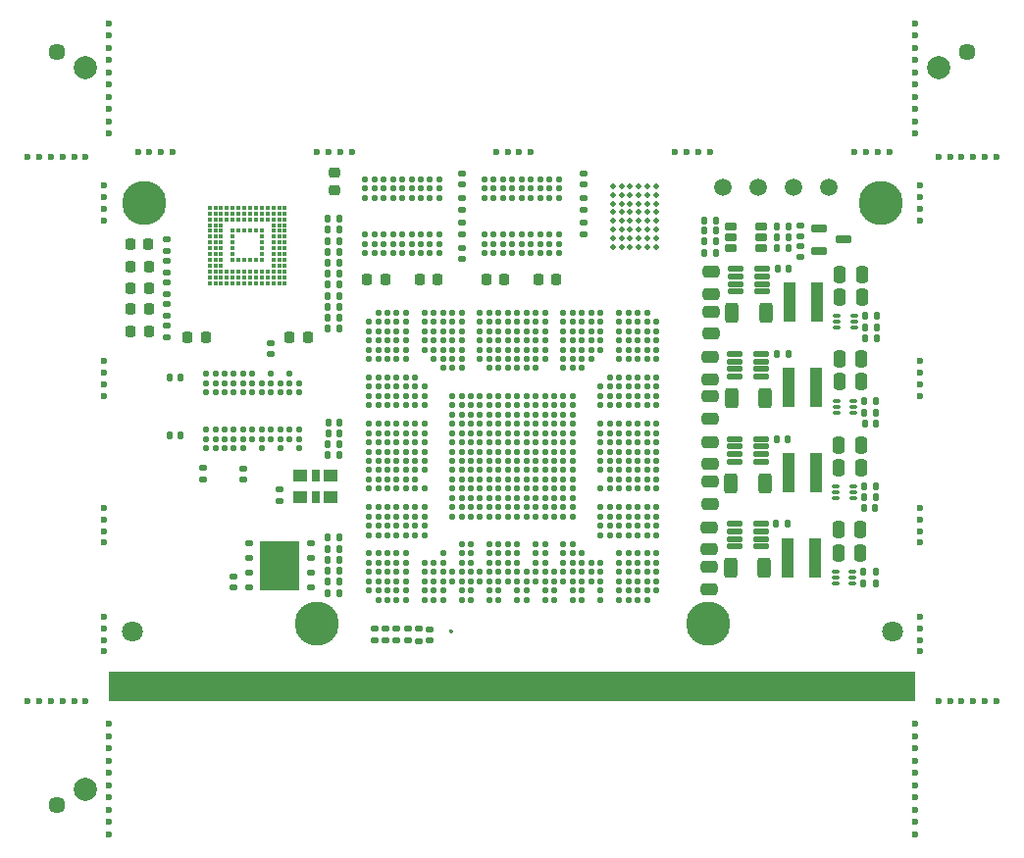
<source format=gts>
G04 #@! TF.GenerationSoftware,KiCad,Pcbnew,9.0.0*
G04 #@! TF.CreationDate,2025-10-22T11:33:07+02:00*
G04 #@! TF.ProjectId,ecap5-bsom-frame,65636170-352d-4627-936f-6d2d6672616d,rev?*
G04 #@! TF.SameCoordinates,Original*
G04 #@! TF.FileFunction,Soldermask,Top*
G04 #@! TF.FilePolarity,Negative*
%FSLAX46Y46*%
G04 Gerber Fmt 4.6, Leading zero omitted, Abs format (unit mm)*
G04 Created by KiCad (PCBNEW 9.0.0) date 2025-10-22 11:33:07*
%MOMM*%
%LPD*%
G01*
G04 APERTURE LIST*
G04 Aperture macros list*
%AMRoundRect*
0 Rectangle with rounded corners*
0 $1 Rounding radius*
0 $2 $3 $4 $5 $6 $7 $8 $9 X,Y pos of 4 corners*
0 Add a 4 corners polygon primitive as box body*
4,1,4,$2,$3,$4,$5,$6,$7,$8,$9,$2,$3,0*
0 Add four circle primitives for the rounded corners*
1,1,$1+$1,$2,$3*
1,1,$1+$1,$4,$5*
1,1,$1+$1,$6,$7*
1,1,$1+$1,$8,$9*
0 Add four rect primitives between the rounded corners*
20,1,$1+$1,$2,$3,$4,$5,0*
20,1,$1+$1,$4,$5,$6,$7,0*
20,1,$1+$1,$6,$7,$8,$9,0*
20,1,$1+$1,$8,$9,$2,$3,0*%
G04 Aperture macros list end*
%ADD10C,0.000000*%
%ADD11C,1.800000*%
%ADD12R,0.350000X2.250000*%
%ADD13C,0.600000*%
%ADD14RoundRect,0.150000X-0.400000X-0.150000X0.400000X-0.150000X0.400000X0.150000X-0.400000X0.150000X0*%
%ADD15RoundRect,0.135000X0.185000X-0.135000X0.185000X0.135000X-0.185000X0.135000X-0.185000X-0.135000X0*%
%ADD16RoundRect,0.140000X-0.140000X-0.170000X0.140000X-0.170000X0.140000X0.170000X-0.140000X0.170000X0*%
%ADD17C,1.500000*%
%ADD18RoundRect,0.140000X0.140000X0.170000X-0.140000X0.170000X-0.140000X-0.170000X0.140000X-0.170000X0*%
%ADD19RoundRect,0.140000X-0.170000X0.140000X-0.170000X-0.140000X0.170000X-0.140000X0.170000X0.140000X0*%
%ADD20RoundRect,0.250000X0.312500X0.625000X-0.312500X0.625000X-0.312500X-0.625000X0.312500X-0.625000X0*%
%ADD21RoundRect,0.250000X-0.250000X-0.475000X0.250000X-0.475000X0.250000X0.475000X-0.250000X0.475000X0*%
%ADD22C,2.600000*%
%ADD23C,3.800000*%
%ADD24RoundRect,0.125000X0.537500X0.125000X-0.537500X0.125000X-0.537500X-0.125000X0.537500X-0.125000X0*%
%ADD25RoundRect,0.250000X0.475000X-0.250000X0.475000X0.250000X-0.475000X0.250000X-0.475000X-0.250000X0*%
%ADD26RoundRect,0.218750X0.218750X0.256250X-0.218750X0.256250X-0.218750X-0.256250X0.218750X-0.256250X0*%
%ADD27C,2.000000*%
%ADD28RoundRect,0.135000X0.135000X0.185000X-0.135000X0.185000X-0.135000X-0.185000X0.135000X-0.185000X0*%
%ADD29RoundRect,0.250000X-0.475000X0.250000X-0.475000X-0.250000X0.475000X-0.250000X0.475000X0.250000X0*%
%ADD30C,1.448000*%
%ADD31RoundRect,0.140000X0.170000X-0.140000X0.170000X0.140000X-0.170000X0.140000X-0.170000X-0.140000X0*%
%ADD32R,0.980000X3.400000*%
%ADD33RoundRect,0.135000X-0.135000X-0.185000X0.135000X-0.185000X0.135000X0.185000X-0.135000X0.185000X0*%
%ADD34RoundRect,0.225000X0.225000X0.250000X-0.225000X0.250000X-0.225000X-0.250000X0.225000X-0.250000X0*%
%ADD35RoundRect,0.225000X-0.250000X0.225000X-0.250000X-0.225000X0.250000X-0.225000X0.250000X0.225000X0*%
%ADD36RoundRect,0.045000X-0.290000X-0.105000X0.290000X-0.105000X0.290000X0.105000X-0.290000X0.105000X0*%
%ADD37R,1.300000X1.000000*%
%ADD38R,0.700000X1.000000*%
%ADD39C,0.570000*%
%ADD40C,0.550000*%
%ADD41RoundRect,0.135000X-0.185000X0.135000X-0.185000X-0.135000X0.185000X-0.135000X0.185000X0.135000X0*%
%ADD42RoundRect,0.050000X-0.600000X-0.250000X0.600000X-0.250000X0.600000X0.250000X-0.600000X0.250000X0*%
%ADD43C,0.510000*%
%ADD44RoundRect,0.125000X0.250000X0.125000X-0.250000X0.125000X-0.250000X-0.125000X0.250000X-0.125000X0*%
%ADD45R,3.400000X4.300000*%
%ADD46RoundRect,0.225000X-0.225000X-0.250000X0.225000X-0.250000X0.225000X0.250000X-0.225000X0.250000X0*%
%ADD47C,0.390000*%
%ADD48RoundRect,0.218750X-0.218750X-0.256250X0.218750X-0.256250X0.218750X0.256250X-0.218750X0.256250X0*%
G04 APERTURE END LIST*
G36*
X113700000Y-75950000D02*
G01*
X183300000Y-75950000D01*
X183300000Y-78500000D01*
X113700000Y-78500000D01*
X113700000Y-75950000D01*
G37*
D10*
G36*
X143223049Y-72324869D02*
G01*
X143231503Y-72325511D01*
X143239834Y-72326570D01*
X143248032Y-72328034D01*
X143256086Y-72329893D01*
X143263986Y-72332136D01*
X143271721Y-72334753D01*
X143279280Y-72337734D01*
X143286654Y-72341068D01*
X143293832Y-72344744D01*
X143300803Y-72348752D01*
X143307557Y-72353082D01*
X143314084Y-72357724D01*
X143320373Y-72362666D01*
X143326413Y-72367898D01*
X143332194Y-72373410D01*
X143337706Y-72379191D01*
X143342939Y-72385232D01*
X143347881Y-72391520D01*
X143352522Y-72398047D01*
X143356852Y-72404801D01*
X143360860Y-72411773D01*
X143364536Y-72418950D01*
X143367870Y-72426325D01*
X143370851Y-72433884D01*
X143373468Y-72441619D01*
X143375711Y-72449519D01*
X143377570Y-72457573D01*
X143379034Y-72465771D01*
X143380093Y-72474102D01*
X143380736Y-72482556D01*
X143380952Y-72491123D01*
X143380736Y-72499689D01*
X143380093Y-72508143D01*
X143379034Y-72516474D01*
X143377570Y-72524672D01*
X143375711Y-72532726D01*
X143373468Y-72540626D01*
X143370851Y-72548361D01*
X143367870Y-72555920D01*
X143364536Y-72563294D01*
X143360860Y-72570472D01*
X143356852Y-72577443D01*
X143352522Y-72584197D01*
X143347881Y-72590724D01*
X143342939Y-72597013D01*
X143337706Y-72603053D01*
X143332194Y-72608834D01*
X143326413Y-72614346D01*
X143320373Y-72619579D01*
X143314084Y-72624521D01*
X143307557Y-72629162D01*
X143300803Y-72633492D01*
X143293832Y-72637500D01*
X143286654Y-72641176D01*
X143279280Y-72644510D01*
X143271721Y-72647491D01*
X143263986Y-72650108D01*
X143256086Y-72652351D01*
X143248032Y-72654210D01*
X143239834Y-72655674D01*
X143231503Y-72656733D01*
X143223049Y-72657376D01*
X143214483Y-72657592D01*
X143205916Y-72657376D01*
X143197462Y-72656733D01*
X143189131Y-72655674D01*
X143180933Y-72654210D01*
X143172879Y-72652351D01*
X143164979Y-72650108D01*
X143157244Y-72647491D01*
X143149685Y-72644510D01*
X143142310Y-72641176D01*
X143135133Y-72637500D01*
X143128161Y-72633492D01*
X143121407Y-72629162D01*
X143114880Y-72624521D01*
X143108592Y-72619579D01*
X143102551Y-72614346D01*
X143096770Y-72608834D01*
X143091258Y-72603053D01*
X143086026Y-72597013D01*
X143081084Y-72590724D01*
X143076442Y-72584197D01*
X143072112Y-72577443D01*
X143068104Y-72570472D01*
X143064428Y-72563294D01*
X143061094Y-72555920D01*
X143058113Y-72548361D01*
X143055496Y-72540626D01*
X143053253Y-72532726D01*
X143051394Y-72524672D01*
X143049930Y-72516474D01*
X143048871Y-72508143D01*
X143048228Y-72499689D01*
X143048012Y-72491123D01*
X143048229Y-72482556D01*
X143048871Y-72474102D01*
X143049930Y-72465771D01*
X143051394Y-72457573D01*
X143053253Y-72449519D01*
X143055496Y-72441619D01*
X143058113Y-72433884D01*
X143061094Y-72426325D01*
X143064428Y-72418950D01*
X143068104Y-72411773D01*
X143072112Y-72404801D01*
X143076442Y-72398047D01*
X143081084Y-72391520D01*
X143086026Y-72385232D01*
X143091258Y-72379191D01*
X143096770Y-72373410D01*
X143102551Y-72367898D01*
X143108592Y-72362666D01*
X143114880Y-72357724D01*
X143121407Y-72353082D01*
X143128161Y-72348752D01*
X143135133Y-72344744D01*
X143142310Y-72341068D01*
X143149685Y-72337734D01*
X143157244Y-72334753D01*
X143164979Y-72332136D01*
X143172879Y-72329893D01*
X143180933Y-72328034D01*
X143189131Y-72326570D01*
X143197462Y-72325511D01*
X143205916Y-72324869D01*
X143214483Y-72324652D01*
X143223049Y-72324869D01*
G37*
D11*
X115700000Y-72500000D03*
X181300000Y-72500000D03*
D12*
X115125000Y-77075000D03*
X115625000Y-77075000D03*
X116125000Y-77075000D03*
X116625000Y-77075000D03*
X117125000Y-77075000D03*
X117625000Y-77075000D03*
X118125000Y-77075000D03*
X118625000Y-77075000D03*
X119125000Y-77075000D03*
X119625000Y-77075000D03*
X120125000Y-77075000D03*
X120625000Y-77075000D03*
X121125000Y-77075000D03*
X121625000Y-77075000D03*
X122125000Y-77075000D03*
X122625000Y-77075000D03*
X123125000Y-77075000D03*
X123625000Y-77075000D03*
X124125000Y-77075000D03*
X124625000Y-77075000D03*
X125125000Y-77075000D03*
X125625000Y-77075000D03*
X126125000Y-77075000D03*
X126625000Y-77075000D03*
X127125000Y-77075000D03*
X127625000Y-77075000D03*
X128125000Y-77075000D03*
X128625000Y-77075000D03*
X129125000Y-77075000D03*
X129625000Y-77075000D03*
X130125000Y-77075000D03*
X130625000Y-77075000D03*
X131125000Y-77075000D03*
X131625000Y-77075000D03*
X132125000Y-77075000D03*
X132625000Y-77075000D03*
X133125000Y-77075000D03*
X133625000Y-77075000D03*
X134125000Y-77075000D03*
X134625000Y-77075000D03*
X135125000Y-77075000D03*
X135625000Y-77075000D03*
X136125000Y-77075000D03*
X136625000Y-77075000D03*
X137125000Y-77075000D03*
X137625000Y-77075000D03*
X138125000Y-77075000D03*
X138625000Y-77075000D03*
X139125000Y-77075000D03*
X139625000Y-77075000D03*
X140125000Y-77075000D03*
X140625000Y-77075000D03*
X141125000Y-77075000D03*
X141625000Y-77075000D03*
X142125000Y-77075000D03*
X142625000Y-77075000D03*
X143125000Y-77075000D03*
X143625000Y-77075000D03*
X144125000Y-77075000D03*
X144625000Y-77075000D03*
X145125000Y-77075000D03*
X145625000Y-77075000D03*
X146125000Y-77075000D03*
X146625000Y-77075000D03*
X147125000Y-77075000D03*
X147625000Y-77075000D03*
X148125000Y-77075000D03*
X148625000Y-77075000D03*
X149125000Y-77075000D03*
X149625000Y-77075000D03*
X150125000Y-77075000D03*
X150625000Y-77075000D03*
X153125000Y-77075000D03*
X153625000Y-77075000D03*
X154125000Y-77075000D03*
X154625000Y-77075000D03*
X155125000Y-77075000D03*
X155625000Y-77075000D03*
X156125000Y-77075000D03*
X156625000Y-77075000D03*
X157125000Y-77075000D03*
X157625000Y-77075000D03*
X158125000Y-77075000D03*
X158625000Y-77075000D03*
X159125000Y-77075000D03*
X159625000Y-77075000D03*
X160125000Y-77075000D03*
X160625000Y-77075000D03*
X161125000Y-77075000D03*
X161625000Y-77075000D03*
X162125000Y-77075000D03*
X162625000Y-77075000D03*
X163125000Y-77075000D03*
X163625000Y-77075000D03*
X164125000Y-77075000D03*
X164625000Y-77075000D03*
X165125000Y-77075000D03*
X165625000Y-77075000D03*
X166125000Y-77075000D03*
X166625000Y-77075000D03*
X167125000Y-77075000D03*
X167625000Y-77075000D03*
X168125000Y-77075000D03*
X168625000Y-77075000D03*
X169125000Y-77075000D03*
X169625000Y-77075000D03*
X170125000Y-77075000D03*
X170625000Y-77075000D03*
X171125000Y-77075000D03*
X171625000Y-77075000D03*
X172125000Y-77075000D03*
X172625000Y-77075000D03*
X173125000Y-77075000D03*
X173625000Y-77075000D03*
X174125000Y-77075000D03*
X174625000Y-77075000D03*
X175125000Y-77075000D03*
X175625000Y-77075000D03*
X176125000Y-77075000D03*
X176625000Y-77075000D03*
X177125000Y-77075000D03*
X177625000Y-77075000D03*
X178125000Y-77075000D03*
X178625000Y-77075000D03*
X179125000Y-77075000D03*
X179625000Y-77075000D03*
X180125000Y-77075000D03*
X180625000Y-77075000D03*
X181125000Y-77075000D03*
X181625000Y-77075000D03*
D13*
X188300000Y-78500000D03*
X149122550Y-31100000D03*
D14*
X167410000Y-37520000D03*
X167410000Y-38470000D03*
X167410000Y-39420000D03*
X170010000Y-39420000D03*
X170010000Y-38470000D03*
X170010000Y-37520000D03*
D13*
X113700000Y-82611111D03*
D15*
X118655000Y-43350000D03*
X118655000Y-42330000D03*
D13*
X113700000Y-24222223D03*
X113700000Y-90000000D03*
D16*
X171350000Y-55895000D03*
X172310000Y-55895000D03*
D13*
X113300000Y-51180000D03*
D17*
X169731667Y-34160000D03*
D13*
X113700000Y-87888888D03*
D18*
X119895000Y-55570000D03*
X118935000Y-55570000D03*
D13*
X108700000Y-78500000D03*
D19*
X125310000Y-58445000D03*
X125310000Y-59405000D03*
D13*
X162583775Y-31100000D03*
D20*
X170347500Y-52345000D03*
X167422500Y-52345000D03*
D13*
X107700000Y-78500000D03*
D21*
X176655000Y-63725000D03*
X178555000Y-63725000D03*
D22*
X180300000Y-35489800D03*
D23*
X180300000Y-35489800D03*
D24*
X170072500Y-43170000D03*
X170072500Y-42520000D03*
X170072500Y-41870000D03*
X170072500Y-41220000D03*
X167797500Y-41220000D03*
X167797500Y-41870000D03*
X167797500Y-42520000D03*
X167797500Y-43170000D03*
D13*
X183300000Y-84722222D03*
X148122550Y-31100000D03*
D16*
X178950000Y-54525000D03*
X179910000Y-54525000D03*
D22*
X116700000Y-35489800D03*
D23*
X116700000Y-35489800D03*
D25*
X165660000Y-43370000D03*
X165660000Y-41470000D03*
D16*
X178880000Y-61865000D03*
X179840000Y-61865000D03*
D26*
X117115000Y-39054400D03*
X115540000Y-39054400D03*
D13*
X147122550Y-31100000D03*
X183300000Y-83666666D03*
D27*
X111700000Y-23850000D03*
D17*
X175825000Y-34170000D03*
D13*
X190300000Y-31500000D03*
X183700000Y-62840000D03*
X116200099Y-31100000D03*
D17*
X166685000Y-34160000D03*
D18*
X133590000Y-54451000D03*
X132630000Y-54451000D03*
D28*
X133595000Y-39720000D03*
X132575000Y-39720000D03*
D13*
X113300000Y-34990000D03*
D28*
X133610000Y-44470000D03*
X132590000Y-44470000D03*
D29*
X165580000Y-59570000D03*
X165580000Y-61470000D03*
D13*
X113700000Y-23166667D03*
X183700000Y-61840000D03*
X183300000Y-85777777D03*
D30*
X187800000Y-22500000D03*
D31*
X144160000Y-33930000D03*
X144160000Y-32970000D03*
D21*
X176785000Y-43645000D03*
X178685000Y-43645000D03*
D32*
X174770000Y-51445000D03*
X172400000Y-51445000D03*
D19*
X144160000Y-39395000D03*
X144160000Y-40355000D03*
D13*
X110700000Y-31500000D03*
D33*
X178970000Y-45270000D03*
X179990000Y-45270000D03*
D13*
X183700000Y-72240000D03*
X113300000Y-63840000D03*
X113300000Y-52180000D03*
D25*
X165542500Y-65425000D03*
X165542500Y-63525000D03*
D15*
X137585000Y-73305000D03*
X137585000Y-72285000D03*
D16*
X165105000Y-36995000D03*
X166065000Y-36995000D03*
D13*
X183300000Y-81555555D03*
X183300000Y-27388889D03*
X109700000Y-78500000D03*
D24*
X169992500Y-57845000D03*
X169992500Y-57195000D03*
X169992500Y-56545000D03*
X169992500Y-55895000D03*
X167717500Y-55895000D03*
X167717500Y-56545000D03*
X167717500Y-57195000D03*
X167717500Y-57845000D03*
D34*
X142040000Y-42095000D03*
X140490000Y-42095000D03*
D13*
X150122550Y-31100000D03*
X189300000Y-31500000D03*
D18*
X119885000Y-50620000D03*
X118925000Y-50620000D03*
D15*
X118655000Y-39630000D03*
X118655000Y-38610000D03*
D13*
X113300000Y-49180000D03*
D28*
X133595000Y-36870000D03*
X132575000Y-36870000D03*
D16*
X171305000Y-63220000D03*
X172265000Y-63220000D03*
D13*
X113700000Y-21055556D03*
D27*
X111700000Y-86150000D03*
D13*
X113700000Y-28444445D03*
X190300000Y-78500000D03*
D31*
X127685000Y-48545000D03*
X127685000Y-47585000D03*
D19*
X121835000Y-58410000D03*
X121835000Y-59370000D03*
D13*
X111700000Y-31500000D03*
D35*
X133160000Y-32895000D03*
X133160000Y-34445000D03*
D16*
X171430000Y-41220000D03*
X172390000Y-41220000D03*
D13*
X187300000Y-31500000D03*
D31*
X124435000Y-68700000D03*
X124435000Y-67740000D03*
D32*
X174735000Y-58815000D03*
X172365000Y-58815000D03*
D17*
X172778333Y-34160000D03*
D21*
X176760000Y-48970000D03*
X178660000Y-48970000D03*
D19*
X141360000Y-72310000D03*
X141360000Y-73270000D03*
D13*
X110700000Y-78500000D03*
D28*
X133615000Y-45420000D03*
X132595000Y-45420000D03*
D25*
X165610000Y-50720000D03*
X165610000Y-48820000D03*
D28*
X133595000Y-40670000D03*
X132575000Y-40670000D03*
D15*
X139485000Y-73305000D03*
X139485000Y-72285000D03*
D20*
X170280000Y-67025000D03*
X167355000Y-67025000D03*
D32*
X174795000Y-44095000D03*
X172425000Y-44095000D03*
D33*
X178840000Y-67350000D03*
X179860000Y-67350000D03*
D13*
X183300000Y-82611111D03*
D15*
X118655000Y-41490000D03*
X118655000Y-40470000D03*
D34*
X152340000Y-42145000D03*
X150790000Y-42145000D03*
D13*
X134661324Y-31100000D03*
D15*
X118655000Y-45210000D03*
X118655000Y-44190000D03*
D13*
X183300000Y-26333334D03*
D36*
X176430000Y-67335000D03*
X176430000Y-67835000D03*
X176430000Y-68335000D03*
X177910000Y-68335000D03*
X177910000Y-67835000D03*
X177910000Y-67335000D03*
D37*
X130230000Y-60915000D03*
D38*
X131530000Y-60915000D03*
D37*
X132830000Y-60915000D03*
X132830000Y-59015000D03*
D38*
X131530000Y-59015000D03*
D37*
X130230000Y-59015000D03*
D15*
X140435000Y-73315000D03*
X140435000Y-72295000D03*
D13*
X131661324Y-31100000D03*
D28*
X133620000Y-57245000D03*
X132600000Y-57245000D03*
D27*
X185300000Y-23850000D03*
D13*
X189300000Y-78500000D03*
X109700000Y-31500000D03*
X183300000Y-80500000D03*
D28*
X172395000Y-39410000D03*
X171375000Y-39410000D03*
D34*
X122035000Y-47145000D03*
X120485000Y-47145000D03*
D13*
X113300000Y-36990000D03*
D33*
X132600000Y-65370000D03*
X133620000Y-65370000D03*
D13*
X186300000Y-31500000D03*
D15*
X118660000Y-47070000D03*
X118660000Y-46050000D03*
D13*
X185300000Y-78500000D03*
X186300000Y-78500000D03*
D29*
X165542500Y-66925000D03*
X165542500Y-68825000D03*
D19*
X144160000Y-35101667D03*
X144160000Y-36061667D03*
D13*
X113700000Y-86833333D03*
X113700000Y-80500000D03*
D26*
X117140000Y-42840000D03*
X115565000Y-42840000D03*
D21*
X176710000Y-56380000D03*
X178610000Y-56380000D03*
D16*
X179000000Y-47170000D03*
X179960000Y-47170000D03*
D13*
X117200099Y-31100000D03*
D33*
X132600000Y-56305200D03*
X133620000Y-56305200D03*
D21*
X176710000Y-58340000D03*
X178610000Y-58340000D03*
D39*
X122085000Y-56671800D03*
X122085000Y-55871800D03*
X122085000Y-55071800D03*
X122085000Y-51871800D03*
X122085000Y-51071800D03*
X122085000Y-50271800D03*
X122885000Y-56671800D03*
X122885000Y-55871800D03*
X122885000Y-55071800D03*
X122885000Y-51871800D03*
X122885000Y-51071800D03*
X122885000Y-50271800D03*
X123685000Y-56671800D03*
X123685000Y-55871800D03*
X123685000Y-55071800D03*
X123685000Y-51871800D03*
X123685000Y-51071800D03*
X123685000Y-50271800D03*
X124485000Y-56671800D03*
X124485000Y-55871800D03*
X124485000Y-55071800D03*
X124485000Y-51871800D03*
X124485000Y-51071800D03*
X124485000Y-50271800D03*
X125285000Y-56671800D03*
X125285000Y-55871800D03*
X125285000Y-55071800D03*
X125285000Y-51871800D03*
X125285000Y-51071800D03*
X125285000Y-50271800D03*
X126085000Y-55871800D03*
X126085000Y-55071800D03*
X126085000Y-51871800D03*
X126085000Y-51071800D03*
X126085000Y-50271800D03*
X126885000Y-56671800D03*
X126885000Y-55871800D03*
X126885000Y-55071800D03*
X126885000Y-51871800D03*
X126885000Y-51071800D03*
X127685000Y-55871800D03*
X127685000Y-55071800D03*
X127685000Y-51871800D03*
X127685000Y-51071800D03*
X127685000Y-50271800D03*
X128485000Y-56671800D03*
X128485000Y-55871800D03*
X128485000Y-55071800D03*
X128485000Y-51871800D03*
X128485000Y-51071800D03*
X129285000Y-55871800D03*
X129285000Y-55071800D03*
X129285000Y-51871800D03*
X129285000Y-51071800D03*
X129285000Y-50271800D03*
X130085000Y-56671800D03*
X130085000Y-55871800D03*
X130085000Y-55071800D03*
X130085000Y-51871800D03*
X130085000Y-51071800D03*
D13*
X183300000Y-87888888D03*
D28*
X133620000Y-46370000D03*
X132600000Y-46370000D03*
D40*
X136935000Y-44971800D03*
X137735000Y-44971800D03*
X138535000Y-44971800D03*
X139335000Y-44971800D03*
X140935000Y-44971800D03*
X141735000Y-44971800D03*
X142535000Y-44971800D03*
X143335000Y-44971800D03*
X144135000Y-44971800D03*
X145735000Y-44971800D03*
X146535000Y-44971800D03*
X147335000Y-44971800D03*
X148135000Y-44971800D03*
X148935000Y-44971800D03*
X149735000Y-44971800D03*
X150535000Y-44971800D03*
X151335000Y-44971800D03*
X152935000Y-44971800D03*
X153735000Y-44971800D03*
X154535000Y-44971800D03*
X155335000Y-44971800D03*
X156135000Y-44971800D03*
X157735000Y-44971800D03*
X158535000Y-44971800D03*
X159335000Y-44971800D03*
X160135000Y-44971800D03*
X143335000Y-60971800D03*
X144135000Y-60971800D03*
X144935000Y-60971800D03*
X145735000Y-60971800D03*
X146535000Y-60971800D03*
X147335000Y-60971800D03*
X148135000Y-60971800D03*
X148935000Y-60971800D03*
X149735000Y-60971800D03*
X150535000Y-60971800D03*
X151335000Y-60971800D03*
X152135000Y-60971800D03*
X152935000Y-60971800D03*
X153735000Y-60971800D03*
X136135000Y-61771800D03*
X136935000Y-61771800D03*
X137735000Y-61771800D03*
X138535000Y-61771800D03*
X139335000Y-61771800D03*
X140135000Y-61771800D03*
X140935000Y-61771800D03*
X143335000Y-61771800D03*
X144135000Y-61771800D03*
X144935000Y-61771800D03*
X145735000Y-61771800D03*
X146535000Y-61771800D03*
X147335000Y-61771800D03*
X148135000Y-61771800D03*
X148935000Y-61771800D03*
X149735000Y-61771800D03*
X150535000Y-61771800D03*
X151335000Y-61771800D03*
X152135000Y-61771800D03*
X152935000Y-61771800D03*
X153735000Y-61771800D03*
X156135000Y-61771800D03*
X156935000Y-61771800D03*
X157735000Y-61771800D03*
X158535000Y-61771800D03*
X159335000Y-61771800D03*
X160135000Y-61771800D03*
X160935000Y-61771800D03*
X136135000Y-62571800D03*
X136935000Y-62571800D03*
X137735000Y-62571800D03*
X138535000Y-62571800D03*
X139335000Y-62571800D03*
X140135000Y-62571800D03*
X140935000Y-62571800D03*
X143335000Y-62571800D03*
X144135000Y-62571800D03*
X144935000Y-62571800D03*
X145735000Y-62571800D03*
X146535000Y-62571800D03*
X147335000Y-62571800D03*
X148135000Y-62571800D03*
X148935000Y-62571800D03*
X149735000Y-62571800D03*
X150535000Y-62571800D03*
X151335000Y-62571800D03*
X152135000Y-62571800D03*
X152935000Y-62571800D03*
X153735000Y-62571800D03*
X156135000Y-62571800D03*
X156935000Y-62571800D03*
X157735000Y-62571800D03*
X158535000Y-62571800D03*
X159335000Y-62571800D03*
X160135000Y-62571800D03*
X160935000Y-62571800D03*
X136135000Y-63371800D03*
X136935000Y-63371800D03*
X137735000Y-63371800D03*
X138535000Y-63371800D03*
X139335000Y-63371800D03*
X140135000Y-63371800D03*
X140935000Y-63371800D03*
X156135000Y-63371800D03*
X156935000Y-63371800D03*
X157735000Y-63371800D03*
X158535000Y-63371800D03*
X159335000Y-63371800D03*
X160135000Y-63371800D03*
X160935000Y-63371800D03*
X136135000Y-64171800D03*
X136935000Y-64171800D03*
X137735000Y-64171800D03*
X138535000Y-64171800D03*
X139335000Y-64171800D03*
X140135000Y-64171800D03*
X140935000Y-64171800D03*
X156135000Y-64171800D03*
X156935000Y-64171800D03*
X157735000Y-64171800D03*
X158535000Y-64171800D03*
X159335000Y-64171800D03*
X160135000Y-64171800D03*
X160935000Y-64171800D03*
X144135000Y-64971800D03*
X144935000Y-64971800D03*
X146535000Y-64971800D03*
X147335000Y-64971800D03*
X148135000Y-64971800D03*
X148935000Y-64971800D03*
X150535000Y-64971800D03*
X151335000Y-64971800D03*
X152935000Y-64971800D03*
X153735000Y-64971800D03*
X136135000Y-65771800D03*
X136935000Y-65771800D03*
X137735000Y-65771800D03*
X138535000Y-65771800D03*
X139335000Y-65771800D03*
X142535000Y-65771800D03*
X144135000Y-65771800D03*
X144935000Y-65771800D03*
X146535000Y-65771800D03*
X147335000Y-65771800D03*
X148135000Y-65771800D03*
X148935000Y-65771800D03*
X150535000Y-65771800D03*
X151335000Y-65771800D03*
X152935000Y-65771800D03*
X153735000Y-65771800D03*
X154535000Y-65771800D03*
X157735000Y-65771800D03*
X158535000Y-65771800D03*
X159335000Y-65771800D03*
X160135000Y-65771800D03*
X160935000Y-65771800D03*
X136135000Y-66571800D03*
X136935000Y-66571800D03*
X137735000Y-66571800D03*
X138535000Y-66571800D03*
X139335000Y-66571800D03*
X140935000Y-66571800D03*
X141735000Y-66571800D03*
X142535000Y-66571800D03*
X144135000Y-66571800D03*
X144935000Y-66571800D03*
X146535000Y-66571800D03*
X147335000Y-66571800D03*
X148135000Y-66571800D03*
X148935000Y-66571800D03*
X150535000Y-66571800D03*
X151335000Y-66571800D03*
X152935000Y-66571800D03*
X153735000Y-66571800D03*
X154535000Y-66571800D03*
X155335000Y-66571800D03*
X156135000Y-66571800D03*
X157735000Y-66571800D03*
X158535000Y-66571800D03*
X159335000Y-66571800D03*
X160135000Y-66571800D03*
X160935000Y-66571800D03*
X136135000Y-67371800D03*
X136935000Y-67371800D03*
X137735000Y-67371800D03*
X138535000Y-67371800D03*
X139335000Y-67371800D03*
X140935000Y-67371800D03*
X141735000Y-67371800D03*
X142535000Y-67371800D03*
X143335000Y-67371800D03*
X144135000Y-67371800D03*
X144935000Y-67371800D03*
X145735000Y-67371800D03*
X146535000Y-67371800D03*
X147335000Y-67371800D03*
X148135000Y-67371800D03*
X148935000Y-67371800D03*
X149735000Y-67371800D03*
X150535000Y-67371800D03*
X151335000Y-67371800D03*
X152135000Y-67371800D03*
X152935000Y-67371800D03*
X153735000Y-67371800D03*
X154535000Y-67371800D03*
X155335000Y-67371800D03*
X156135000Y-67371800D03*
X157735000Y-67371800D03*
X158535000Y-67371800D03*
X159335000Y-67371800D03*
X160135000Y-67371800D03*
X160935000Y-67371800D03*
X136135000Y-68171800D03*
X136935000Y-68171800D03*
X137735000Y-68171800D03*
X138535000Y-68171800D03*
X139335000Y-68171800D03*
X140935000Y-68171800D03*
X141735000Y-68171800D03*
X142535000Y-68171800D03*
X143335000Y-68171800D03*
X144135000Y-68171800D03*
X144935000Y-68171800D03*
X145735000Y-68171800D03*
X146535000Y-68171800D03*
X147335000Y-68171800D03*
X148135000Y-68171800D03*
X148935000Y-68171800D03*
X149735000Y-68171800D03*
X150535000Y-68171800D03*
X151335000Y-68171800D03*
X152135000Y-68171800D03*
X152935000Y-68171800D03*
X153735000Y-68171800D03*
X154535000Y-68171800D03*
X155335000Y-68171800D03*
X156135000Y-68171800D03*
X157735000Y-68171800D03*
X158535000Y-68171800D03*
X159335000Y-68171800D03*
X160135000Y-68171800D03*
X160935000Y-68171800D03*
X136135000Y-68971800D03*
X136935000Y-68971800D03*
X137735000Y-68971800D03*
X138535000Y-68971800D03*
X139335000Y-68971800D03*
X140935000Y-68971800D03*
X141735000Y-68971800D03*
X142535000Y-68971800D03*
X144135000Y-68971800D03*
X144935000Y-68971800D03*
X146535000Y-68971800D03*
X147335000Y-68971800D03*
X148935000Y-68971800D03*
X149735000Y-68971800D03*
X151335000Y-68971800D03*
X152135000Y-68971800D03*
X153735000Y-68971800D03*
X154535000Y-68971800D03*
X156135000Y-68971800D03*
X157735000Y-68971800D03*
X158535000Y-68971800D03*
X159335000Y-68971800D03*
X160135000Y-68971800D03*
X160935000Y-68971800D03*
X136935000Y-69771800D03*
X137735000Y-69771800D03*
X138535000Y-69771800D03*
X139335000Y-69771800D03*
X140935000Y-69771800D03*
X141735000Y-69771800D03*
X142535000Y-69771800D03*
X144135000Y-69771800D03*
X144935000Y-69771800D03*
X146535000Y-69771800D03*
X147335000Y-69771800D03*
X148935000Y-69771800D03*
X149735000Y-69771800D03*
X151335000Y-69771800D03*
X152135000Y-69771800D03*
X153735000Y-69771800D03*
X154535000Y-69771800D03*
X156135000Y-69771800D03*
X157735000Y-69771800D03*
X158535000Y-69771800D03*
X159335000Y-69771800D03*
X160135000Y-69771800D03*
X136135000Y-45771800D03*
X136935000Y-45771800D03*
X137735000Y-45771800D03*
X138535000Y-45771800D03*
X139335000Y-45771800D03*
X140935000Y-45771800D03*
X141735000Y-45771800D03*
X142535000Y-45771800D03*
X143335000Y-45771800D03*
X144135000Y-45771800D03*
X145735000Y-45771800D03*
X146535000Y-45771800D03*
X147335000Y-45771800D03*
X148135000Y-45771800D03*
X148935000Y-45771800D03*
X149735000Y-45771800D03*
X150535000Y-45771800D03*
X151335000Y-45771800D03*
X152935000Y-45771800D03*
X153735000Y-45771800D03*
X154535000Y-45771800D03*
X155335000Y-45771800D03*
X156135000Y-45771800D03*
X157735000Y-45771800D03*
X158535000Y-45771800D03*
X159335000Y-45771800D03*
X160135000Y-45771800D03*
X160935000Y-45771800D03*
X136135000Y-46571800D03*
X136935000Y-46571800D03*
X137735000Y-46571800D03*
X138535000Y-46571800D03*
X139335000Y-46571800D03*
X140935000Y-46571800D03*
X141735000Y-46571800D03*
X142535000Y-46571800D03*
X143335000Y-46571800D03*
X144135000Y-46571800D03*
X145735000Y-46571800D03*
X146535000Y-46571800D03*
X147335000Y-46571800D03*
X148135000Y-46571800D03*
X148935000Y-46571800D03*
X149735000Y-46571800D03*
X150535000Y-46571800D03*
X151335000Y-46571800D03*
X152935000Y-46571800D03*
X153735000Y-46571800D03*
X154535000Y-46571800D03*
X155335000Y-46571800D03*
X156135000Y-46571800D03*
X157735000Y-46571800D03*
X158535000Y-46571800D03*
X159335000Y-46571800D03*
X160135000Y-46571800D03*
X160935000Y-46571800D03*
X136135000Y-47371800D03*
X136935000Y-47371800D03*
X137735000Y-47371800D03*
X138535000Y-47371800D03*
X139335000Y-47371800D03*
X140935000Y-47371800D03*
X141735000Y-47371800D03*
X142535000Y-47371800D03*
X143335000Y-47371800D03*
X144135000Y-47371800D03*
X145735000Y-47371800D03*
X146535000Y-47371800D03*
X147335000Y-47371800D03*
X148135000Y-47371800D03*
X148935000Y-47371800D03*
X149735000Y-47371800D03*
X150535000Y-47371800D03*
X151335000Y-47371800D03*
X152935000Y-47371800D03*
X153735000Y-47371800D03*
X154535000Y-47371800D03*
X155335000Y-47371800D03*
X156135000Y-47371800D03*
X157735000Y-47371800D03*
X158535000Y-47371800D03*
X159335000Y-47371800D03*
X160135000Y-47371800D03*
X160935000Y-47371800D03*
X136135000Y-48171800D03*
X136935000Y-48171800D03*
X137735000Y-48171800D03*
X138535000Y-48171800D03*
X139335000Y-48171800D03*
X140935000Y-48171800D03*
X141735000Y-48171800D03*
X142535000Y-48171800D03*
X143335000Y-48171800D03*
X144135000Y-48171800D03*
X145735000Y-48171800D03*
X146535000Y-48171800D03*
X147335000Y-48171800D03*
X148135000Y-48171800D03*
X148935000Y-48171800D03*
X149735000Y-48171800D03*
X150535000Y-48171800D03*
X151335000Y-48171800D03*
X152935000Y-48171800D03*
X153735000Y-48171800D03*
X154535000Y-48171800D03*
X155335000Y-48171800D03*
X156135000Y-48171800D03*
X157735000Y-48171800D03*
X158535000Y-48171800D03*
X159335000Y-48171800D03*
X160135000Y-48171800D03*
X160935000Y-48171800D03*
X136135000Y-48971800D03*
X136935000Y-48971800D03*
X137735000Y-48971800D03*
X138535000Y-48971800D03*
X139335000Y-48971800D03*
X141735000Y-48971800D03*
X142535000Y-48971800D03*
X143335000Y-48971800D03*
X144135000Y-48971800D03*
X145735000Y-48971800D03*
X146535000Y-48971800D03*
X147335000Y-48971800D03*
X148135000Y-48971800D03*
X148935000Y-48971800D03*
X149735000Y-48971800D03*
X150535000Y-48971800D03*
X151335000Y-48971800D03*
X152935000Y-48971800D03*
X153735000Y-48971800D03*
X154535000Y-48971800D03*
X155335000Y-48971800D03*
X157735000Y-48971800D03*
X158535000Y-48971800D03*
X159335000Y-48971800D03*
X160135000Y-48971800D03*
X160935000Y-48971800D03*
X142535000Y-49771800D03*
X143335000Y-49771800D03*
X144135000Y-49771800D03*
X146535000Y-49771800D03*
X147335000Y-49771800D03*
X148135000Y-49771800D03*
X148935000Y-49771800D03*
X149735000Y-49771800D03*
X150535000Y-49771800D03*
X152935000Y-49771800D03*
X153735000Y-49771800D03*
X154535000Y-49771800D03*
X136135000Y-50571800D03*
X136935000Y-50571800D03*
X137735000Y-50571800D03*
X138535000Y-50571800D03*
X139335000Y-50571800D03*
X140135000Y-50571800D03*
X156935000Y-50571800D03*
X157735000Y-50571800D03*
X158535000Y-50571800D03*
X159335000Y-50571800D03*
X160135000Y-50571800D03*
X160935000Y-50571800D03*
X136135000Y-51371800D03*
X136935000Y-51371800D03*
X137735000Y-51371800D03*
X138535000Y-51371800D03*
X139335000Y-51371800D03*
X140135000Y-51371800D03*
X140935000Y-51371800D03*
X156135000Y-51371800D03*
X156935000Y-51371800D03*
X157735000Y-51371800D03*
X158535000Y-51371800D03*
X159335000Y-51371800D03*
X160135000Y-51371800D03*
X160935000Y-51371800D03*
X136135000Y-52171800D03*
X136935000Y-52171800D03*
X137735000Y-52171800D03*
X138535000Y-52171800D03*
X139335000Y-52171800D03*
X140135000Y-52171800D03*
X140935000Y-52171800D03*
X143335000Y-52171800D03*
X144135000Y-52171800D03*
X144935000Y-52171800D03*
X145735000Y-52171800D03*
X146535000Y-52171800D03*
X147335000Y-52171800D03*
X148135000Y-52171800D03*
X148935000Y-52171800D03*
X149735000Y-52171800D03*
X150535000Y-52171800D03*
X151335000Y-52171800D03*
X152135000Y-52171800D03*
X152935000Y-52171800D03*
X153735000Y-52171800D03*
X156135000Y-52171800D03*
X156935000Y-52171800D03*
X157735000Y-52171800D03*
X158535000Y-52171800D03*
X159335000Y-52171800D03*
X160135000Y-52171800D03*
X160935000Y-52171800D03*
X136135000Y-52971800D03*
X136935000Y-52971800D03*
X137735000Y-52971800D03*
X138535000Y-52971800D03*
X139335000Y-52971800D03*
X140135000Y-52971800D03*
X140935000Y-52971800D03*
X143335000Y-52971800D03*
X144135000Y-52971800D03*
X144935000Y-52971800D03*
X145735000Y-52971800D03*
X146535000Y-52971800D03*
X147335000Y-52971800D03*
X148135000Y-52971800D03*
X148935000Y-52971800D03*
X149735000Y-52971800D03*
X150535000Y-52971800D03*
X151335000Y-52971800D03*
X152135000Y-52971800D03*
X152935000Y-52971800D03*
X153735000Y-52971800D03*
X156135000Y-52971800D03*
X156935000Y-52971800D03*
X157735000Y-52971800D03*
X158535000Y-52971800D03*
X159335000Y-52971800D03*
X160135000Y-52971800D03*
X160935000Y-52971800D03*
X143335000Y-53771800D03*
X144135000Y-53771800D03*
X144935000Y-53771800D03*
X145735000Y-53771800D03*
X146535000Y-53771800D03*
X147335000Y-53771800D03*
X148135000Y-53771800D03*
X148935000Y-53771800D03*
X149735000Y-53771800D03*
X150535000Y-53771800D03*
X151335000Y-53771800D03*
X152135000Y-53771800D03*
X152935000Y-53771800D03*
X153735000Y-53771800D03*
X136135000Y-54571800D03*
X136935000Y-54571800D03*
X137735000Y-54571800D03*
X138535000Y-54571800D03*
X139335000Y-54571800D03*
X140135000Y-54571800D03*
X140935000Y-54571800D03*
X143335000Y-54571800D03*
X144135000Y-54571800D03*
X144935000Y-54571800D03*
X145735000Y-54571800D03*
X146535000Y-54571800D03*
X147335000Y-54571800D03*
X148135000Y-54571800D03*
X148935000Y-54571800D03*
X149735000Y-54571800D03*
X150535000Y-54571800D03*
X151335000Y-54571800D03*
X152135000Y-54571800D03*
X152935000Y-54571800D03*
X153735000Y-54571800D03*
X156135000Y-54571800D03*
X156935000Y-54571800D03*
X157735000Y-54571800D03*
X158535000Y-54571800D03*
X159335000Y-54571800D03*
X160135000Y-54571800D03*
X160935000Y-54571800D03*
X136135000Y-55371800D03*
X136935000Y-55371800D03*
X137735000Y-55371800D03*
X138535000Y-55371800D03*
X139335000Y-55371800D03*
X140135000Y-55371800D03*
X140935000Y-55371800D03*
X143335000Y-55371800D03*
X144135000Y-55371800D03*
X144935000Y-55371800D03*
X145735000Y-55371800D03*
X146535000Y-55371800D03*
X147335000Y-55371800D03*
X148135000Y-55371800D03*
X148935000Y-55371800D03*
X149735000Y-55371800D03*
X150535000Y-55371800D03*
X151335000Y-55371800D03*
X152135000Y-55371800D03*
X152935000Y-55371800D03*
X153735000Y-55371800D03*
X156135000Y-55371800D03*
X156935000Y-55371800D03*
X157735000Y-55371800D03*
X158535000Y-55371800D03*
X159335000Y-55371800D03*
X160135000Y-55371800D03*
X160935000Y-55371800D03*
X136135000Y-56171800D03*
X136935000Y-56171800D03*
X137735000Y-56171800D03*
X138535000Y-56171800D03*
X139335000Y-56171800D03*
X140135000Y-56171800D03*
X140935000Y-56171800D03*
X143335000Y-56171800D03*
X144135000Y-56171800D03*
X144935000Y-56171800D03*
X145735000Y-56171800D03*
X146535000Y-56171800D03*
X147335000Y-56171800D03*
X148135000Y-56171800D03*
X148935000Y-56171800D03*
X149735000Y-56171800D03*
X150535000Y-56171800D03*
X151335000Y-56171800D03*
X152135000Y-56171800D03*
X152935000Y-56171800D03*
X153735000Y-56171800D03*
X156135000Y-56171800D03*
X156935000Y-56171800D03*
X157735000Y-56171800D03*
X158535000Y-56171800D03*
X159335000Y-56171800D03*
X160135000Y-56171800D03*
X160935000Y-56171800D03*
X136135000Y-56971800D03*
X136935000Y-56971800D03*
X137735000Y-56971800D03*
X138535000Y-56971800D03*
X139335000Y-56971800D03*
X140135000Y-56971800D03*
X140935000Y-56971800D03*
X143335000Y-56971800D03*
X144135000Y-56971800D03*
X144935000Y-56971800D03*
X145735000Y-56971800D03*
X146535000Y-56971800D03*
X147335000Y-56971800D03*
X148135000Y-56971800D03*
X148935000Y-56971800D03*
X149735000Y-56971800D03*
X150535000Y-56971800D03*
X151335000Y-56971800D03*
X152135000Y-56971800D03*
X152935000Y-56971800D03*
X153735000Y-56971800D03*
X156135000Y-56971800D03*
X156935000Y-56971800D03*
X157735000Y-56971800D03*
X158535000Y-56971800D03*
X159335000Y-56971800D03*
X160135000Y-56971800D03*
X160935000Y-56971800D03*
X136135000Y-57771800D03*
X136935000Y-57771800D03*
X137735000Y-57771800D03*
X138535000Y-57771800D03*
X139335000Y-57771800D03*
X140135000Y-57771800D03*
X140935000Y-57771800D03*
X143335000Y-57771800D03*
X144135000Y-57771800D03*
X144935000Y-57771800D03*
X145735000Y-57771800D03*
X146535000Y-57771800D03*
X147335000Y-57771800D03*
X148135000Y-57771800D03*
X148935000Y-57771800D03*
X149735000Y-57771800D03*
X150535000Y-57771800D03*
X151335000Y-57771800D03*
X152135000Y-57771800D03*
X152935000Y-57771800D03*
X153735000Y-57771800D03*
X156135000Y-57771800D03*
X156935000Y-57771800D03*
X157735000Y-57771800D03*
X158535000Y-57771800D03*
X159335000Y-57771800D03*
X160135000Y-57771800D03*
X160935000Y-57771800D03*
X136135000Y-58571800D03*
X136935000Y-58571800D03*
X137735000Y-58571800D03*
X138535000Y-58571800D03*
X139335000Y-58571800D03*
X140135000Y-58571800D03*
X140935000Y-58571800D03*
X143335000Y-58571800D03*
X144135000Y-58571800D03*
X144935000Y-58571800D03*
X145735000Y-58571800D03*
X146535000Y-58571800D03*
X147335000Y-58571800D03*
X148135000Y-58571800D03*
X148935000Y-58571800D03*
X149735000Y-58571800D03*
X150535000Y-58571800D03*
X151335000Y-58571800D03*
X152135000Y-58571800D03*
X152935000Y-58571800D03*
X153735000Y-58571800D03*
X156135000Y-58571800D03*
X156935000Y-58571800D03*
X157735000Y-58571800D03*
X158535000Y-58571800D03*
X159335000Y-58571800D03*
X160135000Y-58571800D03*
X160935000Y-58571800D03*
X136135000Y-59371800D03*
X136935000Y-59371800D03*
X137735000Y-59371800D03*
X138535000Y-59371800D03*
X139335000Y-59371800D03*
X140135000Y-59371800D03*
X143335000Y-59371800D03*
X144135000Y-59371800D03*
X144935000Y-59371800D03*
X145735000Y-59371800D03*
X146535000Y-59371800D03*
X147335000Y-59371800D03*
X148135000Y-59371800D03*
X148935000Y-59371800D03*
X149735000Y-59371800D03*
X150535000Y-59371800D03*
X151335000Y-59371800D03*
X152135000Y-59371800D03*
X152935000Y-59371800D03*
X153735000Y-59371800D03*
X156935000Y-59371800D03*
X157735000Y-59371800D03*
X158535000Y-59371800D03*
X159335000Y-59371800D03*
X160135000Y-59371800D03*
X160935000Y-59371800D03*
X136135000Y-60171800D03*
X136935000Y-60171800D03*
X137735000Y-60171800D03*
X138535000Y-60171800D03*
X139335000Y-60171800D03*
X140135000Y-60171800D03*
X140935000Y-60171800D03*
X143335000Y-60171800D03*
X144135000Y-60171800D03*
X144935000Y-60171800D03*
X145735000Y-60171800D03*
X146535000Y-60171800D03*
X147335000Y-60171800D03*
X148135000Y-60171800D03*
X148935000Y-60171800D03*
X149735000Y-60171800D03*
X150535000Y-60171800D03*
X151335000Y-60171800D03*
X152135000Y-60171800D03*
X152935000Y-60171800D03*
X153735000Y-60171800D03*
X156135000Y-60171800D03*
X156935000Y-60171800D03*
X157735000Y-60171800D03*
X158535000Y-60171800D03*
X159335000Y-60171800D03*
X160135000Y-60171800D03*
X160935000Y-60171800D03*
D13*
X180045000Y-31100000D03*
X183300000Y-25277778D03*
D18*
X166065000Y-37920000D03*
X165105000Y-37920000D03*
D13*
X183700000Y-52180000D03*
D26*
X117142500Y-40980000D03*
X115567500Y-40980000D03*
D13*
X113300000Y-71240000D03*
D30*
X109200000Y-22500000D03*
D28*
X179990000Y-46220000D03*
X178970000Y-46220000D03*
D13*
X113300000Y-50180000D03*
D28*
X179885000Y-60940000D03*
X178865000Y-60940000D03*
D13*
X183300000Y-86833333D03*
D21*
X176760000Y-50945000D03*
X178660000Y-50945000D03*
D13*
X118200099Y-31100000D03*
D29*
X165610000Y-52220000D03*
X165610000Y-54120000D03*
D13*
X108700000Y-31500000D03*
X183700000Y-63840000D03*
X107700000Y-31500000D03*
D41*
X136635000Y-72285000D03*
X136635000Y-73305000D03*
D36*
X176455000Y-59965000D03*
X176455000Y-60465000D03*
X176455000Y-60965000D03*
X177935000Y-60965000D03*
X177935000Y-60465000D03*
X177935000Y-59965000D03*
D28*
X172395000Y-38470000D03*
X171375000Y-38470000D03*
D42*
X175010000Y-37720000D03*
X175010000Y-39620000D03*
X177110000Y-38670000D03*
D28*
X133600000Y-42570000D03*
X132580000Y-42570000D03*
D13*
X113700000Y-29500000D03*
X183700000Y-73240000D03*
X113700000Y-83666666D03*
X111700000Y-78500000D03*
D28*
X133595000Y-37820000D03*
X132575000Y-37820000D03*
D13*
X113700000Y-81555555D03*
X113700000Y-84722222D03*
D30*
X109200000Y-87500000D03*
D13*
X188300000Y-31500000D03*
D19*
X128435000Y-60260000D03*
X128435000Y-61220000D03*
D43*
X157185000Y-34059300D03*
X157935000Y-34059300D03*
X158685000Y-34059300D03*
X159435000Y-34059300D03*
X160185000Y-34059300D03*
X160935000Y-34059300D03*
X157185000Y-34809300D03*
X157935000Y-34809300D03*
X158685000Y-34809300D03*
X159435000Y-34809300D03*
X160185000Y-34809300D03*
X160935000Y-34809300D03*
X157185000Y-35559300D03*
X157935000Y-35559300D03*
X158685000Y-35559300D03*
X159435000Y-35559300D03*
X160185000Y-35559300D03*
X160935000Y-35559300D03*
X157185000Y-36309300D03*
X157935000Y-36309300D03*
X158685000Y-36309300D03*
X159435000Y-36309300D03*
X160185000Y-36309300D03*
X160935000Y-36309300D03*
X157185000Y-37059300D03*
X157935000Y-37059300D03*
X158685000Y-37059300D03*
X159435000Y-37059300D03*
X160185000Y-37059300D03*
X160935000Y-37059300D03*
X157185000Y-37809300D03*
X157935000Y-37809300D03*
X158685000Y-37809300D03*
X159435000Y-37809300D03*
X160185000Y-37809300D03*
X160935000Y-37809300D03*
X157185000Y-38559300D03*
X157935000Y-38559300D03*
X158685000Y-38559300D03*
X159435000Y-38559300D03*
X160185000Y-38559300D03*
X160935000Y-38559300D03*
X157185000Y-39309300D03*
X157935000Y-39309300D03*
X158685000Y-39309300D03*
X159435000Y-39309300D03*
X160185000Y-39309300D03*
X160935000Y-39309300D03*
D33*
X132600000Y-66320000D03*
X133620000Y-66320000D03*
D13*
X183700000Y-71240000D03*
D44*
X131160000Y-68715000D03*
X131160000Y-67445000D03*
X131160000Y-66175000D03*
X131160000Y-64905000D03*
X125760000Y-64905000D03*
X125760000Y-66175000D03*
X125760000Y-67445000D03*
X125760000Y-68715000D03*
D45*
X128460000Y-66810000D03*
D13*
X113700000Y-27388889D03*
X113700000Y-26333334D03*
D20*
X170317500Y-59695000D03*
X167392500Y-59695000D03*
D28*
X133600000Y-41620000D03*
X132580000Y-41620000D03*
D22*
X165460000Y-71870000D03*
D23*
X165460000Y-71870000D03*
D13*
X183300000Y-28444445D03*
D19*
X154685000Y-32960000D03*
X154685000Y-33920000D03*
D13*
X183700000Y-74240000D03*
X183700000Y-34990000D03*
D19*
X154685000Y-37243333D03*
X154685000Y-38203333D03*
D33*
X132600000Y-64420000D03*
X133620000Y-64420000D03*
X165075000Y-38850000D03*
X166095000Y-38850000D03*
D13*
X133661324Y-31100000D03*
X183300000Y-22111112D03*
D25*
X165580000Y-58070000D03*
X165580000Y-56170000D03*
D33*
X132600000Y-67275000D03*
X133620000Y-67275000D03*
D13*
X183700000Y-64840000D03*
D33*
X178865000Y-59990000D03*
X179885000Y-59990000D03*
D13*
X183300000Y-90000000D03*
D46*
X135990000Y-42120000D03*
X137540000Y-42120000D03*
D13*
X106700000Y-78500000D03*
D28*
X179860000Y-68350000D03*
X178840000Y-68350000D03*
D13*
X113300000Y-74240000D03*
X183300000Y-29500000D03*
D31*
X173410000Y-38375000D03*
X173410000Y-37415000D03*
D13*
X183700000Y-50180000D03*
D16*
X171380000Y-48545000D03*
X172340000Y-48545000D03*
D13*
X183700000Y-33990000D03*
D20*
X170397500Y-45020000D03*
X167472500Y-45020000D03*
D13*
X113300000Y-62840000D03*
D21*
X176785000Y-41670000D03*
X178685000Y-41670000D03*
D15*
X138535000Y-73305000D03*
X138535000Y-72285000D03*
D39*
X142215000Y-33445000D03*
X142215000Y-34245000D03*
X142215000Y-35045000D03*
X142215000Y-38245000D03*
X142215000Y-39045000D03*
X142215000Y-39845000D03*
X141415000Y-33445000D03*
X141415000Y-34245000D03*
X141415000Y-35045000D03*
X141415000Y-38245000D03*
X141415000Y-39045000D03*
X141415000Y-39845000D03*
X140615000Y-33445000D03*
X140615000Y-34245000D03*
X140615000Y-35045000D03*
X140615000Y-38245000D03*
X140615000Y-39045000D03*
X140615000Y-39845000D03*
X139815000Y-33445000D03*
X139815000Y-34245000D03*
X139815000Y-35045000D03*
X139815000Y-38245000D03*
X139815000Y-39045000D03*
X139815000Y-39845000D03*
X139015000Y-33445000D03*
X139015000Y-34245000D03*
X139015000Y-35045000D03*
X139015000Y-38245000D03*
X139015000Y-39045000D03*
X139015000Y-39845000D03*
X138215000Y-33445000D03*
X138215000Y-34245000D03*
X138215000Y-35045000D03*
X138215000Y-38245000D03*
X138215000Y-39045000D03*
X138215000Y-39845000D03*
X137415000Y-33445000D03*
X137415000Y-34245000D03*
X137415000Y-35045000D03*
X137415000Y-38245000D03*
X137415000Y-39045000D03*
X137415000Y-39845000D03*
X136615000Y-33445000D03*
X136615000Y-34245000D03*
X136615000Y-35045000D03*
X136615000Y-38245000D03*
X136615000Y-39045000D03*
X136615000Y-39845000D03*
X135815000Y-33445000D03*
X135815000Y-34245000D03*
X135815000Y-35045000D03*
X135815000Y-38245000D03*
X135815000Y-39045000D03*
X135815000Y-39845000D03*
D13*
X132661324Y-31100000D03*
D33*
X132575000Y-38770000D03*
X133595000Y-38770000D03*
D13*
X183700000Y-49180000D03*
X113700000Y-88944444D03*
D28*
X172395000Y-37520000D03*
X171375000Y-37520000D03*
D33*
X132600000Y-69175000D03*
X133620000Y-69175000D03*
D16*
X132630000Y-55365400D03*
X133590000Y-55365400D03*
D13*
X113700000Y-25277778D03*
D33*
X132600000Y-68225000D03*
X133620000Y-68225000D03*
D13*
X187300000Y-78500000D03*
X178045000Y-31100000D03*
D28*
X179940000Y-53600000D03*
X178920000Y-53600000D03*
D19*
X154685000Y-35101667D03*
X154685000Y-36061667D03*
D13*
X113300000Y-61840000D03*
D46*
X146290000Y-42145000D03*
X147840000Y-42145000D03*
D13*
X185300000Y-31500000D03*
D31*
X144160000Y-38196667D03*
X144160000Y-37236667D03*
D39*
X152515000Y-33445000D03*
X152515000Y-34245000D03*
X152515000Y-35045000D03*
X152515000Y-38245000D03*
X152515000Y-39045000D03*
X152515000Y-39845000D03*
X151715000Y-33445000D03*
X151715000Y-34245000D03*
X151715000Y-35045000D03*
X151715000Y-38245000D03*
X151715000Y-39045000D03*
X151715000Y-39845000D03*
X150915000Y-33445000D03*
X150915000Y-34245000D03*
X150915000Y-35045000D03*
X150915000Y-38245000D03*
X150915000Y-39045000D03*
X150915000Y-39845000D03*
X150115000Y-33445000D03*
X150115000Y-34245000D03*
X150115000Y-35045000D03*
X150115000Y-38245000D03*
X150115000Y-39045000D03*
X150115000Y-39845000D03*
X149315000Y-33445000D03*
X149315000Y-34245000D03*
X149315000Y-35045000D03*
X149315000Y-38245000D03*
X149315000Y-39045000D03*
X149315000Y-39845000D03*
X148515000Y-33445000D03*
X148515000Y-34245000D03*
X148515000Y-35045000D03*
X148515000Y-38245000D03*
X148515000Y-39045000D03*
X148515000Y-39845000D03*
X147715000Y-33445000D03*
X147715000Y-34245000D03*
X147715000Y-35045000D03*
X147715000Y-38245000D03*
X147715000Y-39045000D03*
X147715000Y-39845000D03*
X146915000Y-33445000D03*
X146915000Y-34245000D03*
X146915000Y-35045000D03*
X146915000Y-38245000D03*
X146915000Y-39045000D03*
X146915000Y-39845000D03*
X146115000Y-33445000D03*
X146115000Y-34245000D03*
X146115000Y-35045000D03*
X146115000Y-38245000D03*
X146115000Y-39045000D03*
X146115000Y-39845000D03*
D47*
X128885000Y-42420000D03*
X128385000Y-42420000D03*
X127885000Y-42420000D03*
X127385000Y-42420000D03*
X126885000Y-42420000D03*
X126385000Y-42420000D03*
X125885000Y-42420000D03*
X125385000Y-42420000D03*
X124885000Y-42420000D03*
X124385000Y-42420000D03*
X123885000Y-42420000D03*
X123385000Y-42420000D03*
X122885000Y-42420000D03*
X122385000Y-42420000D03*
X128885000Y-41920000D03*
X128385000Y-41920000D03*
X127885000Y-41920000D03*
X127385000Y-41920000D03*
X126885000Y-41920000D03*
X126385000Y-41920000D03*
X125885000Y-41920000D03*
X125385000Y-41920000D03*
X124885000Y-41920000D03*
X124385000Y-41920000D03*
X123885000Y-41920000D03*
X123385000Y-41920000D03*
X122885000Y-41920000D03*
X122385000Y-41920000D03*
X128885000Y-41420000D03*
X128385000Y-41420000D03*
X127885000Y-41420000D03*
X127385000Y-41420000D03*
X126885000Y-41420000D03*
X126385000Y-41420000D03*
X125885000Y-41420000D03*
X125385000Y-41420000D03*
X124885000Y-41420000D03*
X124385000Y-41420000D03*
X123885000Y-41420000D03*
X123385000Y-41420000D03*
X122885000Y-41420000D03*
X122385000Y-41420000D03*
X128885000Y-40920000D03*
X128385000Y-40920000D03*
X127885000Y-40920000D03*
X123385000Y-40920000D03*
X122885000Y-40920000D03*
X122385000Y-40920000D03*
X128885000Y-40420000D03*
X128385000Y-40420000D03*
X127885000Y-40420000D03*
X126885000Y-40420000D03*
X126385000Y-40420000D03*
X125885000Y-40420000D03*
X125385000Y-40420000D03*
X124885000Y-40420000D03*
X124385000Y-40420000D03*
X123385000Y-40420000D03*
X122885000Y-40420000D03*
X122385000Y-40420000D03*
X128885000Y-39920000D03*
X128385000Y-39920000D03*
X127885000Y-39920000D03*
X126885000Y-39920000D03*
X124385000Y-39920000D03*
X123385000Y-39920000D03*
X122885000Y-39920000D03*
X122385000Y-39920000D03*
X128885000Y-39420000D03*
X128385000Y-39420000D03*
X127885000Y-39420000D03*
X126885000Y-39420000D03*
X124385000Y-39420000D03*
X123385000Y-39420000D03*
X122885000Y-39420000D03*
X122385000Y-39420000D03*
X128885000Y-38920000D03*
X128385000Y-38920000D03*
X127885000Y-38920000D03*
X126885000Y-38920000D03*
X124385000Y-38920000D03*
X123385000Y-38920000D03*
X122885000Y-38920000D03*
X122385000Y-38920000D03*
X128885000Y-38420000D03*
X128385000Y-38420000D03*
X127885000Y-38420000D03*
X126885000Y-38420000D03*
X124385000Y-38420000D03*
X123385000Y-38420000D03*
X122885000Y-38420000D03*
X122385000Y-38420000D03*
X128885000Y-37920000D03*
X128385000Y-37920000D03*
X127885000Y-37920000D03*
X126885000Y-37920000D03*
X126385000Y-37920000D03*
X125885000Y-37920000D03*
X125385000Y-37920000D03*
X124885000Y-37920000D03*
X124385000Y-37920000D03*
X123385000Y-37920000D03*
X122885000Y-37920000D03*
X122385000Y-37920000D03*
X128885000Y-37420000D03*
X128385000Y-37420000D03*
X127885000Y-37420000D03*
X123385000Y-37420000D03*
X122885000Y-37420000D03*
X122385000Y-37420000D03*
X128885000Y-36920000D03*
X128385000Y-36920000D03*
X127885000Y-36920000D03*
X127385000Y-36920000D03*
X126885000Y-36920000D03*
X126385000Y-36920000D03*
X125885000Y-36920000D03*
X125385000Y-36920000D03*
X124885000Y-36920000D03*
X124385000Y-36920000D03*
X123885000Y-36920000D03*
X123385000Y-36920000D03*
X122885000Y-36920000D03*
X122385000Y-36920000D03*
X128885000Y-36420000D03*
X128385000Y-36420000D03*
X127885000Y-36420000D03*
X127385000Y-36420000D03*
X126885000Y-36420000D03*
X126385000Y-36420000D03*
X125885000Y-36420000D03*
X125385000Y-36420000D03*
X124885000Y-36420000D03*
X124385000Y-36420000D03*
X123885000Y-36420000D03*
X123385000Y-36420000D03*
X122885000Y-36420000D03*
X122385000Y-36420000D03*
X128885000Y-35920000D03*
X128385000Y-35920000D03*
X127885000Y-35920000D03*
X127385000Y-35920000D03*
X126885000Y-35920000D03*
X126385000Y-35920000D03*
X125885000Y-35920000D03*
X125385000Y-35920000D03*
X124885000Y-35920000D03*
X124385000Y-35920000D03*
X123885000Y-35920000D03*
X123385000Y-35920000D03*
X122885000Y-35920000D03*
X122385000Y-35920000D03*
D33*
X165075000Y-39790000D03*
X166095000Y-39790000D03*
D13*
X183700000Y-35990000D03*
X183300000Y-21055556D03*
D28*
X133595000Y-43520000D03*
X132575000Y-43520000D03*
D13*
X183700000Y-36990000D03*
X183300000Y-23166667D03*
D29*
X165660000Y-44870000D03*
X165660000Y-46770000D03*
D24*
X169955000Y-65175000D03*
X169955000Y-64525000D03*
X169955000Y-63875000D03*
X169955000Y-63225000D03*
X167680000Y-63225000D03*
X167680000Y-63875000D03*
X167680000Y-64525000D03*
X167680000Y-65175000D03*
D21*
X176680000Y-65700000D03*
X178580000Y-65700000D03*
D13*
X183300000Y-24222223D03*
D46*
X129310000Y-47145000D03*
X130860000Y-47145000D03*
D36*
X176505000Y-52620000D03*
X176505000Y-53120000D03*
X176505000Y-53620000D03*
X177985000Y-53620000D03*
X177985000Y-53120000D03*
X177985000Y-52620000D03*
D13*
X106700000Y-31500000D03*
X113300000Y-73240000D03*
X181045000Y-31100000D03*
X183300000Y-20000000D03*
X183700000Y-51180000D03*
X179045000Y-31100000D03*
X113300000Y-72240000D03*
X113700000Y-85777777D03*
X113300000Y-33990000D03*
X113700000Y-20000000D03*
X183300000Y-88944444D03*
X119200099Y-31100000D03*
X164583775Y-31100000D03*
D26*
X117140000Y-44690000D03*
X115565000Y-44690000D03*
D13*
X163583775Y-31100000D03*
X113700000Y-22111112D03*
D24*
X170022500Y-50495000D03*
X170022500Y-49845000D03*
X170022500Y-49195000D03*
X170022500Y-48545000D03*
X167747500Y-48545000D03*
X167747500Y-49195000D03*
X167747500Y-49845000D03*
X167747500Y-50495000D03*
D13*
X165583775Y-31100000D03*
X113300000Y-35990000D03*
D19*
X173410000Y-39245000D03*
X173410000Y-40205000D03*
D36*
X176530000Y-45270000D03*
X176530000Y-45770000D03*
X176530000Y-46270000D03*
X178010000Y-46270000D03*
X178010000Y-45770000D03*
X178010000Y-45270000D03*
D32*
X174690000Y-66150000D03*
X172320000Y-66150000D03*
D33*
X178920000Y-52650000D03*
X179940000Y-52650000D03*
D22*
X131635000Y-71870000D03*
D23*
X131635000Y-71870000D03*
D48*
X115567500Y-46560000D03*
X117142500Y-46560000D03*
D13*
X113300000Y-64840000D03*
M02*

</source>
